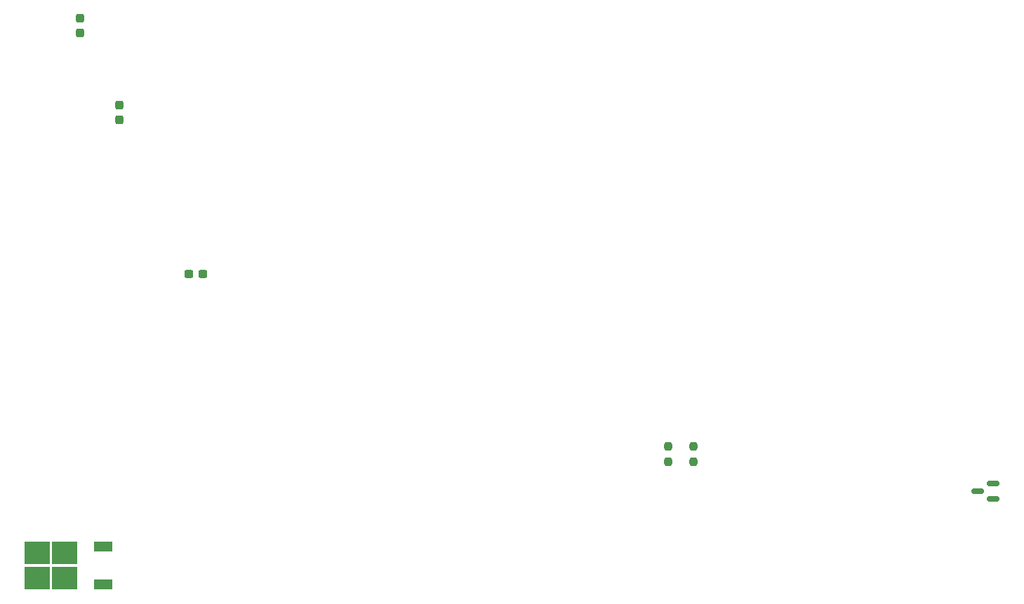
<source format=gbr>
%TF.GenerationSoftware,KiCad,Pcbnew,(6.0.1-0)*%
%TF.CreationDate,2023-02-28T13:23:54-05:00*%
%TF.ProjectId,rear-control-board,72656172-2d63-46f6-9e74-726f6c2d626f,rev?*%
%TF.SameCoordinates,Original*%
%TF.FileFunction,Paste,Bot*%
%TF.FilePolarity,Positive*%
%FSLAX46Y46*%
G04 Gerber Fmt 4.6, Leading zero omitted, Abs format (unit mm)*
G04 Created by KiCad (PCBNEW (6.0.1-0)) date 2023-02-28 13:23:54*
%MOMM*%
%LPD*%
G01*
G04 APERTURE LIST*
G04 Aperture macros list*
%AMRoundRect*
0 Rectangle with rounded corners*
0 $1 Rounding radius*
0 $2 $3 $4 $5 $6 $7 $8 $9 X,Y pos of 4 corners*
0 Add a 4 corners polygon primitive as box body*
4,1,4,$2,$3,$4,$5,$6,$7,$8,$9,$2,$3,0*
0 Add four circle primitives for the rounded corners*
1,1,$1+$1,$2,$3*
1,1,$1+$1,$4,$5*
1,1,$1+$1,$6,$7*
1,1,$1+$1,$8,$9*
0 Add four rect primitives between the rounded corners*
20,1,$1+$1,$2,$3,$4,$5,0*
20,1,$1+$1,$4,$5,$6,$7,0*
20,1,$1+$1,$6,$7,$8,$9,0*
20,1,$1+$1,$8,$9,$2,$3,0*%
G04 Aperture macros list end*
%ADD10RoundRect,0.237500X-0.237500X0.300000X-0.237500X-0.300000X0.237500X-0.300000X0.237500X0.300000X0*%
%ADD11R,3.050000X2.750000*%
%ADD12R,2.200000X1.200000*%
%ADD13RoundRect,0.237500X0.237500X-0.250000X0.237500X0.250000X-0.237500X0.250000X-0.237500X-0.250000X0*%
%ADD14RoundRect,0.237500X0.237500X-0.300000X0.237500X0.300000X-0.237500X0.300000X-0.237500X-0.300000X0*%
%ADD15RoundRect,0.237500X0.300000X0.237500X-0.300000X0.237500X-0.300000X-0.237500X0.300000X-0.237500X0*%
%ADD16RoundRect,0.237500X-0.237500X0.250000X-0.237500X-0.250000X0.237500X-0.250000X0.237500X0.250000X0*%
%ADD17RoundRect,0.150000X0.587500X0.150000X-0.587500X0.150000X-0.587500X-0.150000X0.587500X-0.150000X0*%
G04 APERTURE END LIST*
D10*
%TO.C,C2*%
X73000000Y-64637500D03*
X73000000Y-66362500D03*
%TD*%
D11*
%TO.C,D3*%
X67825000Y-129225000D03*
X71175000Y-132275000D03*
X67825000Y-132275000D03*
X71175000Y-129225000D03*
D12*
X75800000Y-128470000D03*
X75800000Y-133030000D03*
%TD*%
D13*
%TO.C,R8*%
X147000000Y-118162500D03*
X147000000Y-116337500D03*
%TD*%
D14*
%TO.C,C13*%
X77750000Y-76862500D03*
X77750000Y-75137500D03*
%TD*%
D15*
%TO.C,C3*%
X87862500Y-95500000D03*
X86137500Y-95500000D03*
%TD*%
D16*
%TO.C,R5*%
X144000000Y-116337500D03*
X144000000Y-118162500D03*
%TD*%
D17*
%TO.C,D7*%
X183187500Y-120800000D03*
X183187500Y-122700000D03*
X181312500Y-121750000D03*
%TD*%
M02*

</source>
